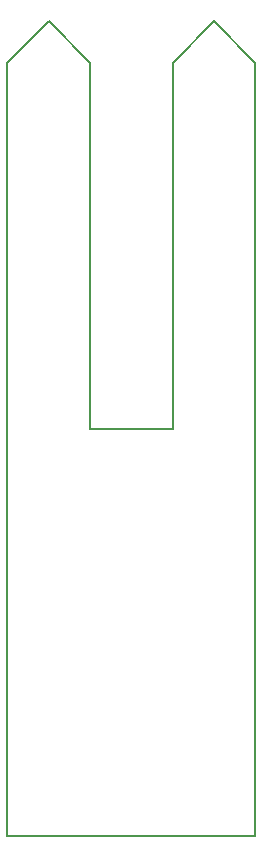
<source format=gbr>
G04 #@! TF.GenerationSoftware,KiCad,Pcbnew,5.0.0*
G04 #@! TF.CreationDate,2018-12-05T19:48:05-02:00*
G04 #@! TF.ProjectId,Soil Moisture Sensor,536F696C204D6F697374757265205365,rev?*
G04 #@! TF.SameCoordinates,PX802e2cfPY72af761*
G04 #@! TF.FileFunction,Profile,NP*
%FSLAX46Y46*%
G04 Gerber Fmt 4.6, Leading zero omitted, Abs format (unit mm)*
G04 Created by KiCad (PCBNEW 5.0.0) date Wed Dec  5 19:48:05 2018*
%MOMM*%
%LPD*%
G01*
G04 APERTURE LIST*
%ADD10C,0.150000*%
%ADD11C,0.200000*%
G04 APERTURE END LIST*
D10*
X21000000Y34500000D02*
X21000000Y65500000D01*
X14000000Y34750000D02*
X14000000Y34500000D01*
X14000000Y65500000D02*
X14000000Y34750000D01*
X17500000Y69000000D02*
X14000000Y65500000D01*
X21000000Y65500000D02*
X17500000Y69000000D01*
X0Y65500000D02*
X0Y0D01*
X7000000Y65500000D02*
X7000000Y34500000D01*
X3500000Y69000000D02*
X0Y65500000D01*
X7000000Y65500000D02*
X3500000Y69000000D01*
X14000000Y34500000D02*
X7000000Y34500000D01*
X21000000Y34500000D02*
X21000000Y0D01*
D11*
X21000000Y0D02*
X0Y0D01*
M02*

</source>
